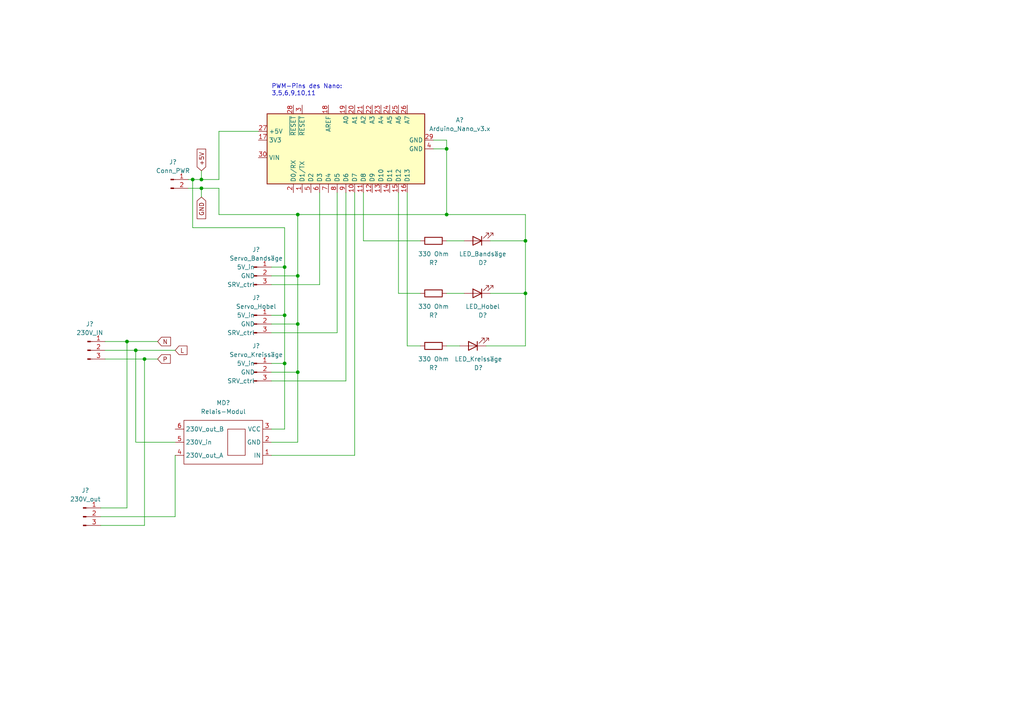
<source format=kicad_sch>
(kicad_sch (version 20211123) (generator eeschema)
  (paper "A4")
  (lib_symbols
    (symbol "Connector:Conn_01x02_Male" (pin_names (offset 1.016) hide)
      (property "Reference" "J" (at 0 2.54 0))
      (property "Value" "Conn_01x02_Male" (at 0 -5.08 0))
      (symbol "Conn_01x02_Male_1_1"
        (polyline (pts (xy 1.27 -2.54) (xy 0.8636 -2.54)) (stroke (width 0.1524)))
        (polyline (pts (xy 1.27 0) (xy 0.8636 0)) (stroke (width 0.1524)))
        (rectangle (start 0.8636 -2.413) (end 0 -2.667) (stroke (width 0.1524)) (fill (type outline)))
        (rectangle (start 0.8636 0.127) (end 0 -0.127) (stroke (width 0.1524)) (fill (type outline)))
        (pin passive line (at 5.08 0 180) (length 3.81) (name "Pin_1") (number "1"))
        (pin passive line (at 5.08 -2.54 180) (length 3.81) (name "Pin_2") (number "2"))
      )
    )
    (symbol "Connector:Conn_01x03_Male" (pin_names (offset 1.016) hide)
      (property "Reference" "J" (at 0 5.08 0))
      (property "Value" "Conn_01x03_Male" (at 0 -5.08 0))
      (symbol "Conn_01x03_Male_1_1"
        (polyline (pts (xy 1.27 -2.54) (xy 0.8636 -2.54)) (stroke (width 0.1524)))
        (polyline (pts (xy 1.27 0) (xy 0.8636 0)) (stroke (width 0.1524)))
        (polyline (pts (xy 1.27 2.54) (xy 0.8636 2.54)) (stroke (width 0.1524)))
        (rectangle (start 0.8636 -2.413) (end 0 -2.667) (stroke (width 0.1524)) (fill (type outline)))
        (rectangle (start 0.8636 0.127) (end 0 -0.127) (stroke (width 0.1524)) (fill (type outline)))
        (rectangle (start 0.8636 2.667) (end 0 2.413) (stroke (width 0.1524)) (fill (type outline)))
        (pin passive line (at 5.08 2.54 180) (length 3.81) (name "Pin_1") (number "1"))
        (pin passive line (at 5.08 0 180) (length 3.81) (name "Pin_2") (number "2"))
        (pin passive line (at 5.08 -2.54 180) (length 3.81) (name "Pin_3") (number "3"))
      )
    )
    (symbol "Device:LED" (pin_numbers hide) (pin_names (offset 1.016) hide)
      (property "Reference" "D" (at 0 2.54 0))
      (property "Value" "LED" (at 0 -2.54 0))
      (symbol "LED_0_1"
        (polyline (pts (xy -1.27 -1.27) (xy -1.27 1.27)) (stroke (width 0.254)))
        (polyline (pts (xy -1.27 0) (xy 1.27 0)))
        (polyline (pts (xy 1.27 -1.27) (xy 1.27 1.27) (xy -1.27 0) (xy 1.27 -1.27)) (stroke (width 0.254)))
        (polyline (pts (xy -3.048 -0.762) (xy -4.572 -2.286) (xy -3.81 -2.286) (xy -4.572 -2.286) (xy -4.572 -1.524)))
        (polyline (pts (xy -1.778 -0.762) (xy -3.302 -2.286) (xy -2.54 -2.286) (xy -3.302 -2.286) (xy -3.302 -1.524)))
      )
      (symbol "LED_1_1"
        (pin passive line (at -3.81 0 0) (length 2.54) (name "K") (number "1"))
        (pin passive line (at 3.81 0 180) (length 2.54) (name "A") (number "2"))
      )
    )
    (symbol "Device:R" (pin_numbers hide) (pin_names (offset 0))
      (property "Reference" "R" (at 2.032 0 90))
      (property "Value" "R" (at 0 0 90))
      (symbol "R_0_1"
        (rectangle (start -1.016 -2.54) (end 1.016 2.54) (stroke (width 0.254)))
      )
      (symbol "R_1_1"
        (pin passive line (at 0 3.81 270) (length 1.27) (name "~") (number "1"))
        (pin passive line (at 0 -3.81 90) (length 1.27) (name "~") (number "2"))
      )
    )
    (symbol "MCU_Module:Arduino_Nano_v3.x"
      (property "Reference" "A" (at -10.16 23.495 0))
      (property "Value" "Arduino_Nano_v3.x" (at 5.08 -24.13 0))
      (symbol "Arduino_Nano_v3.x_0_1"
        (rectangle (start -10.16 22.86) (end 10.16 -22.86) (stroke (width 0.254)) (fill (type background)))
      )
      (symbol "Arduino_Nano_v3.x_1_1"
        (pin bidirectional line (at -12.7 12.7 0) (length 2.54) (name "D1/TX") (number "1"))
        (pin bidirectional line (at -12.7 -2.54 0) (length 2.54) (name "D7") (number "10"))
        (pin bidirectional line (at -12.7 -5.08 0) (length 2.54) (name "D8") (number "11"))
        (pin bidirectional line (at -12.7 -7.62 0) (length 2.54) (name "D9") (number "12"))
        (pin bidirectional line (at -12.7 -10.16 0) (length 2.54) (name "D10") (number "13"))
        (pin bidirectional line (at -12.7 -12.7 0) (length 2.54) (name "D11") (number "14"))
        (pin bidirectional line (at -12.7 -15.24 0) (length 2.54) (name "D12") (number "15"))
        (pin bidirectional line (at -12.7 -17.78 0) (length 2.54) (name "D13") (number "16"))
        (pin power_out line (at 2.54 25.4 270) (length 2.54) (name "3V3") (number "17"))
        (pin input line (at 12.7 5.08 180) (length 2.54) (name "AREF") (number "18"))
        (pin bidirectional line (at 12.7 0 180) (length 2.54) (name "A0") (number "19"))
        (pin bidirectional line (at -12.7 15.24 0) (length 2.54) (name "D0/RX") (number "2"))
        (pin bidirectional line (at 12.7 -2.54 180) (length 2.54) (name "A1") (number "20"))
        (pin bidirectional line (at 12.7 -5.08 180) (length 2.54) (name "A2") (number "21"))
        (pin bidirectional line (at 12.7 -7.62 180) (length 2.54) (name "A3") (number "22"))
        (pin bidirectional line (at 12.7 -10.16 180) (length 2.54) (name "A4") (number "23"))
        (pin bidirectional line (at 12.7 -12.7 180) (length 2.54) (name "A5") (number "24"))
        (pin bidirectional line (at 12.7 -15.24 180) (length 2.54) (name "A6") (number "25"))
        (pin bidirectional line (at 12.7 -17.78 180) (length 2.54) (name "A7") (number "26"))
        (pin power_out line (at 5.08 25.4 270) (length 2.54) (name "+5V") (number "27"))
        (pin input line (at 12.7 15.24 180) (length 2.54) (name "~{RESET}") (number "28"))
        (pin power_in line (at 2.54 -25.4 90) (length 2.54) (name "GND") (number "29"))
        (pin input line (at 12.7 12.7 180) (length 2.54) (name "~{RESET}") (number "3"))
        (pin power_in line (at -2.54 25.4 270) (length 2.54) (name "VIN") (number "30"))
        (pin power_in line (at 0 -25.4 90) (length 2.54) (name "GND") (number "4"))
        (pin bidirectional line (at -12.7 10.16 0) (length 2.54) (name "D2") (number "5"))
        (pin bidirectional line (at -12.7 7.62 0) (length 2.54) (name "D3") (number "6"))
        (pin bidirectional line (at -12.7 5.08 0) (length 2.54) (name "D4") (number "7"))
        (pin bidirectional line (at -12.7 2.54 0) (length 2.54) (name "D5") (number "8"))
        (pin bidirectional line (at -12.7 0 0) (length 2.54) (name "D6") (number "9"))
      )
    )
    (symbol "Symbole:Conn_Servo" (pin_names (offset 1.016))
      (property "Reference" "J?" (at 0.635 7.62 0))
      (property "Value" "Conn_Servo" (at 0.635 5.08 0))
      (symbol "Conn_Servo_1_1"
        (polyline (pts (xy 1.27 -2.54) (xy 0.8636 -2.54)) (stroke (width 0.1524)))
        (polyline (pts (xy 1.27 0) (xy 0.8636 0)) (stroke (width 0.1524)))
        (polyline (pts (xy 1.27 2.54) (xy 0.8636 2.54)) (stroke (width 0.1524)))
        (rectangle (start 0.8636 -2.413) (end 0 -2.667) (stroke (width 0.1524)) (fill (type outline)))
        (rectangle (start 0.8636 0.127) (end 0 -0.127) (stroke (width 0.1524)) (fill (type outline)))
        (rectangle (start 0.8636 2.667) (end 0 2.413) (stroke (width 0.1524)) (fill (type outline)))
        (pin input line (at 5.08 2.54 180) (length 3.81) (name "5V_in") (number "1"))
        (pin passive line (at 5.08 0 180) (length 3.81) (name "GND") (number "2"))
        (pin passive line (at 5.08 -2.54 180) (length 3.81) (name "SRV_ctrl") (number "3"))
      )
    )
    (symbol "Symbole:Relais-Modul"
      (property "Reference" "MD?" (at 1.27 1.27 0))
      (property "Value" "Relais-Modul" (at 1.27 -1.27 0))
      (symbol "Relais-Modul_0_1"
        (rectangle (start -10.16 -3.81) (end 12.7 -16.51))
        (rectangle (start -5.08 -6.35) (end 0 -13.97))
      )
      (symbol "Relais-Modul_1_1"
        (pin input line (at -12.7 -6.35 0) (length 2.54) (name "IN") (number "1"))
        (pin input line (at -12.7 -10.16 0) (length 2.54) (name "GND") (number "2"))
        (pin input line (at -12.7 -13.97 0) (length 2.54) (name "VCC") (number "3"))
        (pin output line (at 15.24 -6.35 180) (length 2.54) (name "230V_out_A") (number "4"))
        (pin input line (at 15.24 -10.16 180) (length 2.54) (name "230V_in") (number "5"))
        (pin output line (at 15.24 -13.97 180) (length 2.54) (name "230V_out_B") (number "6"))
      )
    )
  )
  (junction (at 129.54 43.18))
  (junction (at 82.55 77.47))
  (junction (at 86.36 93.98))
  (junction (at 152.4 85.09))
  (junction (at 86.36 62.23))
  (junction (at 82.55 91.44))
  (junction (at 129.54 62.23))
  (junction (at 86.36 107.95))
  (junction (at 55.88 52.07))
  (junction (at 58.42 52.07))
  (junction (at 58.42 54.61))
  (junction (at 36.83 99.06))
  (junction (at 39.37 101.6))
  (junction (at 152.4 69.85))
  (junction (at 41.91 104.14))
  (junction (at 82.55 105.41))
  (junction (at 86.36 80.01))
  (wire (pts (xy 50.8 132.08) (xy 50.8 149.86)))
  (wire (pts (xy 50.8 149.86) (xy 29.21 149.86)))
  (wire (pts (xy 118.11 100.33) (xy 121.92 100.33)))
  (wire (pts (xy 97.79 55.88) (xy 97.79 96.52)))
  (wire (pts (xy 152.4 100.33) (xy 152.4 85.09)))
  (wire (pts (xy 125.73 40.64) (xy 129.54 40.64)))
  (wire (pts (xy 58.42 52.07) (xy 63.5 52.07)))
  (wire (pts (xy 39.37 101.6) (xy 50.8 101.6)))
  (wire (pts (xy 125.73 43.18) (xy 129.54 43.18)))
  (wire (pts (xy 30.48 104.14) (xy 41.91 104.14)))
  (wire (pts (xy 86.36 62.23) (xy 63.5 62.23)))
  (wire (pts (xy 30.48 99.06) (xy 36.83 99.06)))
  (wire (pts (xy 86.36 107.95) (xy 78.74 107.95)))
  (wire (pts (xy 55.88 52.07) (xy 58.42 52.07)))
  (wire (pts (xy 82.55 77.47) (xy 82.55 91.44)))
  (wire (pts (xy 41.91 104.14) (xy 41.91 152.4)))
  (wire (pts (xy 39.37 128.27) (xy 50.8 128.27)))
  (wire (pts (xy 58.42 49.53) (xy 58.42 52.07)))
  (wire (pts (xy 36.83 99.06) (xy 36.83 147.32)))
  (wire (pts (xy 97.79 96.52) (xy 78.74 96.52)))
  (wire (pts (xy 82.55 91.44) (xy 82.55 105.41)))
  (wire (pts (xy 58.42 54.61) (xy 58.42 57.15)))
  (wire (pts (xy 74.93 38.1) (xy 63.5 38.1)))
  (wire (pts (xy 86.36 93.98) (xy 86.36 107.95)))
  (wire (pts (xy 63.5 54.61) (xy 58.42 54.61)))
  (wire (pts (xy 41.91 104.14) (xy 45.72 104.14)))
  (wire (pts (xy 82.55 105.41) (xy 82.55 124.46)))
  (wire (pts (xy 129.54 40.64) (xy 129.54 43.18)))
  (wire (pts (xy 54.61 54.61) (xy 58.42 54.61)))
  (wire (pts (xy 121.92 69.85) (xy 105.41 69.85)))
  (wire (pts (xy 115.57 55.88) (xy 115.57 85.09)))
  (wire (pts (xy 41.91 152.4) (xy 29.21 152.4)))
  (wire (pts (xy 102.87 132.08) (xy 78.74 132.08)))
  (wire (pts (xy 86.36 128.27) (xy 86.36 107.95)))
  (wire (pts (xy 82.55 77.47) (xy 82.55 66.04)))
  (wire (pts (xy 55.88 66.04) (xy 55.88 52.07)))
  (wire (pts (xy 39.37 101.6) (xy 39.37 128.27)))
  (wire (pts (xy 82.55 91.44) (xy 78.74 91.44)))
  (wire (pts (xy 102.87 55.88) (xy 102.87 132.08)))
  (wire (pts (xy 134.62 85.09) (xy 129.54 85.09)))
  (wire (pts (xy 63.5 38.1) (xy 63.5 52.07)))
  (wire (pts (xy 152.4 85.09) (xy 152.4 69.85)))
  (wire (pts (xy 115.57 85.09) (xy 121.92 85.09)))
  (wire (pts (xy 129.54 43.18) (xy 129.54 62.23)))
  (wire (pts (xy 86.36 62.23) (xy 86.36 80.01)))
  (wire (pts (xy 82.55 124.46) (xy 78.74 124.46)))
  (wire (pts (xy 142.24 69.85) (xy 152.4 69.85)))
  (wire (pts (xy 86.36 93.98) (xy 78.74 93.98)))
  (wire (pts (xy 152.4 69.85) (xy 152.4 62.23)))
  (wire (pts (xy 78.74 80.01) (xy 86.36 80.01)))
  (wire (pts (xy 82.55 105.41) (xy 78.74 105.41)))
  (wire (pts (xy 54.61 52.07) (xy 55.88 52.07)))
  (wire (pts (xy 36.83 147.32) (xy 29.21 147.32)))
  (wire (pts (xy 152.4 62.23) (xy 129.54 62.23)))
  (wire (pts (xy 134.62 69.85) (xy 129.54 69.85)))
  (wire (pts (xy 118.11 55.88) (xy 118.11 100.33)))
  (wire (pts (xy 63.5 62.23) (xy 63.5 54.61)))
  (wire (pts (xy 78.74 128.27) (xy 86.36 128.27)))
  (wire (pts (xy 82.55 66.04) (xy 55.88 66.04)))
  (wire (pts (xy 100.33 55.88) (xy 100.33 110.49)))
  (wire (pts (xy 100.33 110.49) (xy 78.74 110.49)))
  (wire (pts (xy 140.97 100.33) (xy 152.4 100.33)))
  (wire (pts (xy 36.83 99.06) (xy 45.72 99.06)))
  (wire (pts (xy 142.24 85.09) (xy 152.4 85.09)))
  (wire (pts (xy 86.36 80.01) (xy 86.36 93.98)))
  (wire (pts (xy 92.71 82.55) (xy 78.74 82.55)))
  (wire (pts (xy 92.71 55.88) (xy 92.71 82.55)))
  (wire (pts (xy 133.35 100.33) (xy 129.54 100.33)))
  (wire (pts (xy 129.54 62.23) (xy 86.36 62.23)))
  (wire (pts (xy 78.74 77.47) (xy 82.55 77.47)))
  (wire (pts (xy 105.41 69.85) (xy 105.41 55.88)))
  (wire (pts (xy 30.48 101.6) (xy 39.37 101.6)))
  (text "PWM-Pins des Nano:\n3,5,6,9,10,11" (at 78.74 27.94 0) (effects (font (size 1.27 1.27)) (justify left bottom)))
  (global_label "+5V" (shape input) (at 58.42 49.53 90) (property "Intersheet References" "${INTERSHEET_REFS}" (effects hide)))
  (global_label "GND" (shape input) (at 58.42 57.15 270) (property "Intersheet References" "${INTERSHEET_REFS}" (effects hide)))
  (global_label "L" (shape input) (at 50.8 101.6 0) (property "Intersheet References" "${INTERSHEET_REFS}" (effects hide)))
  (global_label "P" (shape input) (at 45.72 104.14 0) (property "Intersheet References" "${INTERSHEET_REFS}" (effects hide)))
  (global_label "N" (shape input) (at 45.72 99.06 0) (property "Intersheet References" "${INTERSHEET_REFS}" (effects hide)))
  (symbol (lib_id "Connector:Conn_01x03_Male") (at 25.4 101.6 0) (unit 1)
    (property "Reference" "J?" (at 26.035 93.98 0))
    (property "Value" "230V_IN" (at 26.035 96.52 0))
  )
  (symbol (lib_id "Connector:Conn_01x03_Male") (at 24.13 149.86 0) (unit 1)
    (property "Reference" "J?" (at 24.765 142.24 0))
    (property "Value" "230V_out" (at 24.765 144.78 0))
  )
  (symbol (lib_id "MCU_Module:Arduino_Nano_v3.x") (at 100.33 43.18 90) (unit 1)
    (property "Reference" "A?" (at 133.35 34.8105 90))
    (property "Value" "Arduino_Nano_v3.x" (at 133.35 37.3505 90))
    (property "Footprint" "Module:Arduino_Nano" (effects hide))
    (property "Datasheet" "http://www.mouser.com/pdfdocs/Gravitech_Arduino_Nano3_0.pdf" (effects hide))
  )
  (symbol (lib_id "Device:LED") (at 137.16 100.33 180) (unit 1)
    (property "Reference" "D?" (at 138.7475 106.68 0))
    (property "Value" "LED_Kreissäge" (at 138.7475 104.14 0))
  )
  (symbol (lib_id "Symbole:Conn_Servo") (at 73.66 80.01 0) (unit 1)
    (property "Reference" "J?" (at 74.295 72.39 0))
    (property "Value" "Servo_Bandsäge" (at 74.295 74.93 0))
  )
  (symbol (lib_id "Device:R") (at 125.73 100.33 270) (unit 1)
    (property "Reference" "R?" (at 125.73 106.68 90))
    (property "Value" "330 Ohm" (at 125.73 104.14 90))
  )
  (symbol (lib_id "Symbole:Conn_Servo") (at 73.66 107.95 0) (unit 1)
    (property "Reference" "J?" (at 74.295 100.33 0))
    (property "Value" "Servo_Kreissäge" (at 74.295 102.87 0))
  )
  (symbol (lib_id "Device:R") (at 125.73 85.09 270) (unit 1)
    (property "Reference" "R?" (at 125.73 91.44 90))
    (property "Value" "330 Ohm" (at 125.73 88.9 90))
  )
  (symbol (lib_id "Device:LED") (at 138.43 85.09 180) (unit 1)
    (property "Reference" "D?" (at 140.0175 91.44 0))
    (property "Value" "LED_Hobel" (at 140.0175 88.9 0))
  )
  (symbol (lib_id "Connector:Conn_01x02_Male") (at 49.53 52.07 0) (unit 1)
    (property "Reference" "J?" (at 50.165 46.99 0))
    (property "Value" "Conn_PWR" (at 50.165 49.53 0))
  )
  (symbol (lib_id "Device:LED") (at 138.43 69.85 180) (unit 1)
    (property "Reference" "D?" (at 140.0175 76.2 0))
    (property "Value" "LED_Bandsäge" (at 140.0175 73.66 0))
  )
  (symbol (lib_id "Device:R") (at 125.73 69.85 270) (unit 1)
    (property "Reference" "R?" (at 125.73 76.2 90))
    (property "Value" "330 Ohm" (at 125.73 73.66 90))
  )
  (symbol (lib_id "Symbole:Relais-Modul") (at 66.04 138.43 180) (unit 1)
    (property "Reference" "MD?" (at 64.77 116.84 0))
    (property "Value" "Relais-Modul" (at 64.77 119.38 0))
  )
  (symbol (lib_id "Symbole:Conn_Servo") (at 73.66 93.98 0) (unit 1)
    (property "Reference" "J?" (at 74.295 86.36 0))
    (property "Value" "Servo_Hobel" (at 74.295 88.9 0))
  )
)
</source>
